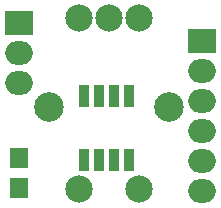
<source format=gbs>
G04 #@! TF.FileFunction,Soldermask,Bot*
%FSLAX46Y46*%
G04 Gerber Fmt 4.6, Leading zero omitted, Abs format (unit mm)*
G04 Created by KiCad (PCBNEW 4.0.1-stable) date 2/14/2016 2:05:54 PM*
%MOMM*%
G01*
G04 APERTURE LIST*
%ADD10C,0.150000*%
%ADD11R,1.554800X1.804800*%
%ADD12C,2.304800*%
%ADD13C,2.504800*%
%ADD14R,2.336800X2.032000*%
%ADD15O,2.336800X2.032000*%
%ADD16R,0.904800X1.854800*%
G04 APERTURE END LIST*
D10*
D11*
X42672000Y-47010000D03*
X42672000Y-49510000D03*
D12*
X47752000Y-35172000D03*
X50292000Y-35172000D03*
X52832000Y-35172000D03*
X52832000Y-49672000D03*
X47752000Y-49672000D03*
D13*
X45192000Y-42672000D03*
X55392000Y-42672000D03*
D14*
X58166000Y-37084000D03*
D15*
X58166000Y-39624000D03*
X58166000Y-42164000D03*
X58166000Y-44704000D03*
X58166000Y-47244000D03*
X58166000Y-49784000D03*
D14*
X42672000Y-35560000D03*
D15*
X42672000Y-38100000D03*
X42672000Y-40640000D03*
D16*
X51943000Y-47150000D03*
X50673000Y-47150000D03*
X49403000Y-47150000D03*
X48133000Y-47150000D03*
X48133000Y-41750000D03*
X49403000Y-41750000D03*
X50673000Y-41750000D03*
X51943000Y-41750000D03*
M02*

</source>
